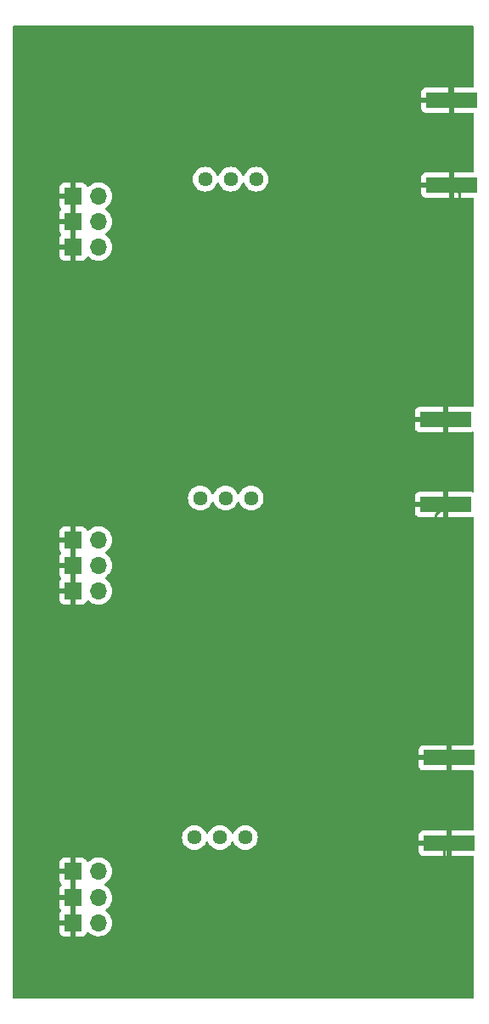
<source format=gbr>
%TF.GenerationSoftware,KiCad,Pcbnew,(6.0.11)*%
%TF.CreationDate,2023-07-19T09:13:22-05:00*%
%TF.ProjectId,SchottkyNoiseSource,5363686f-7474-46b7-994e-6f697365536f,rev?*%
%TF.SameCoordinates,Original*%
%TF.FileFunction,Copper,L2,Bot*%
%TF.FilePolarity,Positive*%
%FSLAX46Y46*%
G04 Gerber Fmt 4.6, Leading zero omitted, Abs format (unit mm)*
G04 Created by KiCad (PCBNEW (6.0.11)) date 2023-07-19 09:13:22*
%MOMM*%
%LPD*%
G01*
G04 APERTURE LIST*
%TA.AperFunction,ComponentPad*%
%ADD10C,1.440000*%
%TD*%
%TA.AperFunction,ComponentPad*%
%ADD11R,1.700000X1.700000*%
%TD*%
%TA.AperFunction,ComponentPad*%
%ADD12O,1.700000X1.700000*%
%TD*%
%TA.AperFunction,SMDPad,CuDef*%
%ADD13R,5.080000X1.500000*%
%TD*%
%TA.AperFunction,ViaPad*%
%ADD14C,0.800000*%
%TD*%
%TA.AperFunction,Conductor*%
%ADD15C,0.250000*%
%TD*%
G04 APERTURE END LIST*
D10*
%TO.P,RV1,1,1*%
%TO.N,Net-(C2-Pad1)*%
X114770000Y-61800000D03*
%TO.P,RV1,2,2*%
%TO.N,Net-(C1-Pad1)*%
X112230000Y-61800000D03*
%TO.P,RV1,3,3*%
X109690000Y-61800000D03*
%TD*%
D11*
%TO.P,J12,1,Pin_1*%
%TO.N,GND*%
X96520000Y-135950000D03*
D12*
%TO.P,J12,2,Pin_2*%
%TO.N,Net-(C27-Pad1)*%
X99060000Y-135950000D03*
%TD*%
D11*
%TO.P,J7,1,Pin_1*%
%TO.N,GND*%
X96520000Y-66040000D03*
D12*
%TO.P,J7,2,Pin_2*%
%TO.N,Net-(C22-Pad2)*%
X99060000Y-66040000D03*
%TD*%
D10*
%TO.P,RV2,1,1*%
%TO.N,Net-(C5-Pad1)*%
X114270000Y-93600000D03*
%TO.P,RV2,2,2*%
%TO.N,Net-(C11-Pad1)*%
X111730000Y-93600000D03*
%TO.P,RV2,3,3*%
X109190000Y-93600000D03*
%TD*%
D11*
%TO.P,J8,1,Pin_1*%
%TO.N,GND*%
X96520000Y-100330000D03*
D12*
%TO.P,J8,2,Pin_2*%
%TO.N,Net-(C24-Pad2)*%
X99060000Y-100330000D03*
%TD*%
D10*
%TO.P,RV3,1,1*%
%TO.N,Net-(C8-Pad1)*%
X113692500Y-127450000D03*
%TO.P,RV3,2,2*%
%TO.N,Net-(C12-Pad1)*%
X111152500Y-127450000D03*
%TO.P,RV3,3,3*%
X108612500Y-127450000D03*
%TD*%
D11*
%TO.P,J9,1,Pin_1*%
%TO.N,GND*%
X96520000Y-133451600D03*
D12*
%TO.P,J9,2,Pin_2*%
%TO.N,Net-(C23-Pad2)*%
X99060000Y-133451600D03*
%TD*%
D11*
%TO.P,J11,1,Pin_1*%
%TO.N,GND*%
X96520000Y-102870000D03*
D12*
%TO.P,J11,2,Pin_2*%
%TO.N,Net-(C26-Pad1)*%
X99060000Y-102870000D03*
%TD*%
D13*
%TO.P,J1,2,Ext*%
%TO.N,GND*%
X134290000Y-53910000D03*
X134290000Y-62410000D03*
%TD*%
D11*
%TO.P,J3,1,Pin_1*%
%TO.N,GND*%
X96520000Y-97790000D03*
D12*
%TO.P,J3,2,Pin_2*%
%TO.N,Net-(C11-Pad1)*%
X99060000Y-97790000D03*
%TD*%
D11*
%TO.P,J2,1,Pin_1*%
%TO.N,GND*%
X96520000Y-63500000D03*
D12*
%TO.P,J2,2,Pin_2*%
%TO.N,Net-(C1-Pad1)*%
X99060000Y-63500000D03*
%TD*%
D13*
%TO.P,J6,2,Ext*%
%TO.N,GND*%
X134000000Y-119500000D03*
X134000000Y-128000000D03*
%TD*%
%TO.P,J4,2,Ext*%
%TO.N,GND*%
X133637500Y-94250000D03*
X133637500Y-85750000D03*
%TD*%
D11*
%TO.P,J10,1,Pin_1*%
%TO.N,GND*%
X96520000Y-68580000D03*
D12*
%TO.P,J10,2,Pin_2*%
%TO.N,Net-(C25-Pad1)*%
X99060000Y-68580000D03*
%TD*%
D11*
%TO.P,J5,1,Pin_1*%
%TO.N,GND*%
X96520000Y-130810000D03*
D12*
%TO.P,J5,2,Pin_2*%
%TO.N,Net-(C12-Pad1)*%
X99060000Y-130810000D03*
%TD*%
D14*
%TO.N,GND*%
X123350000Y-55150000D03*
X110500000Y-141500000D03*
X126760000Y-91230000D03*
X109200000Y-64900000D03*
X133637500Y-85750000D03*
X103782500Y-117500000D03*
X133500000Y-114000000D03*
X133637500Y-94250000D03*
X103782500Y-128960000D03*
X104500000Y-99500000D03*
X104782500Y-125960000D03*
X92000000Y-136000000D03*
X130000000Y-49000000D03*
X92000000Y-64000000D03*
X102500000Y-99000000D03*
X117760000Y-87540000D03*
X112000000Y-107000000D03*
X118500000Y-114000000D03*
X101854000Y-131826000D03*
X123500000Y-74000000D03*
X132500000Y-138000000D03*
X106000000Y-114000000D03*
X111000000Y-81000000D03*
X92000000Y-114000000D03*
X115332500Y-121160000D03*
X123810000Y-91240000D03*
X111000000Y-49000000D03*
X101600000Y-68326000D03*
X122860000Y-125060000D03*
X106000000Y-51000000D03*
X127932500Y-119210000D03*
X125210000Y-85040000D03*
X116660000Y-87440000D03*
X135000000Y-67000000D03*
X108000000Y-73500000D03*
X101450000Y-129800000D03*
X116500000Y-141000000D03*
X129700000Y-52800000D03*
X110382500Y-120660000D03*
X125410000Y-59490000D03*
X129810000Y-84590000D03*
X111500000Y-114000000D03*
X122990000Y-100160000D03*
X93532500Y-141000000D03*
X92000000Y-58000000D03*
X113000000Y-81000000D03*
X91500000Y-130500000D03*
X130670000Y-59470000D03*
X103632000Y-102400500D03*
X129690000Y-59430000D03*
X124760000Y-91210000D03*
X126760000Y-59460000D03*
X129200000Y-91160000D03*
X130180000Y-91180000D03*
X105000000Y-55000000D03*
X116000000Y-74000000D03*
X134000000Y-128000000D03*
X128500000Y-141500000D03*
X108500000Y-114000000D03*
X108000000Y-107000000D03*
X130282500Y-119110000D03*
X101510000Y-95080000D03*
X92000000Y-133000000D03*
X97000000Y-114000000D03*
X130000000Y-114000000D03*
X101500000Y-141000000D03*
X100000000Y-49000000D03*
X92000000Y-117500000D03*
X123510000Y-68080000D03*
X130420000Y-125330000D03*
X105000000Y-62992000D03*
X122982500Y-118910000D03*
X92000000Y-55620000D03*
X92410000Y-82590000D03*
X104500000Y-107000000D03*
X133000000Y-136000000D03*
X115000000Y-81000000D03*
X117000000Y-81000000D03*
X105000000Y-53000000D03*
X134000000Y-49000000D03*
X91770000Y-92750000D03*
X130000000Y-74000000D03*
X125660000Y-91240000D03*
X104500000Y-105125000D03*
X102000000Y-65000000D03*
X124500000Y-141000000D03*
X124000000Y-107000000D03*
X103632000Y-99314000D03*
X107500000Y-141000000D03*
X127500000Y-114000000D03*
X92000000Y-74000000D03*
X120682500Y-120360000D03*
X134000000Y-119500000D03*
X132500000Y-101000000D03*
X102160000Y-80000000D03*
X114600000Y-97800000D03*
X123000000Y-114000000D03*
X126500000Y-74000000D03*
X121650000Y-91440000D03*
X124310000Y-59430000D03*
X105000000Y-69244000D03*
X91660000Y-98340000D03*
X104500000Y-96590000D03*
X97000000Y-49000000D03*
X115800000Y-64000000D03*
X101940000Y-92860000D03*
X110710000Y-86990000D03*
X125200000Y-52850000D03*
X105000000Y-61566000D03*
X133410000Y-82090000D03*
X125000000Y-49000000D03*
X135000000Y-64000000D03*
X92000000Y-68000000D03*
X134000000Y-81000000D03*
X133500000Y-134000000D03*
X112000000Y-73500000D03*
X126282500Y-119060000D03*
X133282500Y-116710000D03*
X115970000Y-131530000D03*
X101540000Y-96970000D03*
X105000000Y-80000000D03*
X92000000Y-103000000D03*
X117900000Y-55450000D03*
X101000000Y-114000000D03*
X122670000Y-49000000D03*
X125000000Y-114000000D03*
X130500000Y-81000000D03*
X120000000Y-107000000D03*
X101580000Y-59490000D03*
X101480000Y-61880000D03*
X124000000Y-81000000D03*
X91782500Y-122710000D03*
X104500000Y-73500000D03*
X135000000Y-66000000D03*
X128000000Y-81000000D03*
X119000000Y-74000000D03*
X132660000Y-97840000D03*
X117050000Y-55400000D03*
X122810000Y-132930000D03*
X101000000Y-74000000D03*
X118380000Y-49000000D03*
X116000000Y-114000000D03*
X92000000Y-107000000D03*
X106000000Y-49000000D03*
X103782500Y-130960000D03*
X108000000Y-81000000D03*
X104000000Y-136000000D03*
X91910000Y-87590000D03*
X103632000Y-68834000D03*
X105000000Y-60000000D03*
X101750000Y-126760000D03*
X98000000Y-74500000D03*
X104410000Y-92590000D03*
X121630000Y-59440000D03*
X99660000Y-80000000D03*
X91670000Y-95090000D03*
X93000000Y-80000000D03*
X134290000Y-62410000D03*
X104500000Y-141000000D03*
X101560000Y-60520000D03*
X104410000Y-82590000D03*
X104410000Y-84590000D03*
X103000000Y-49000000D03*
X103632000Y-65278000D03*
X119000000Y-81000000D03*
X97000000Y-107000000D03*
X126000000Y-81000000D03*
X109030000Y-130170000D03*
X114000000Y-114000000D03*
X108000000Y-49000000D03*
X121000000Y-114000000D03*
X116932500Y-121360000D03*
X103410000Y-87590000D03*
X97000000Y-80000000D03*
X128160000Y-59440000D03*
X133532500Y-131210000D03*
X103378000Y-132842000D03*
X124582500Y-118960000D03*
X104000000Y-91500000D03*
X98500000Y-141000000D03*
X102362000Y-135719500D03*
X104000000Y-114500000D03*
X122900000Y-59460000D03*
X127000000Y-107000000D03*
X127000000Y-49000000D03*
X101680000Y-128340000D03*
X109100000Y-96800000D03*
X92000000Y-100500000D03*
X120000000Y-49000000D03*
X126280000Y-125080000D03*
X127730000Y-91130000D03*
X122000000Y-81000000D03*
X132000000Y-72000000D03*
X92500000Y-139500000D03*
X104500000Y-94590000D03*
X91282500Y-127960000D03*
X113500000Y-141500000D03*
X114000000Y-49000000D03*
X105000000Y-64516000D03*
X116000000Y-107000000D03*
X131000000Y-107000000D03*
X120080000Y-125020000D03*
X134290000Y-53910000D03*
X123310000Y-87190000D03*
X132500000Y-103500000D03*
X119000000Y-141000000D03*
X91532500Y-124960000D03*
X135000000Y-70000000D03*
X103782500Y-120960000D03*
X104500000Y-139000000D03*
X131500000Y-140000000D03*
X122850000Y-91320000D03*
X111400000Y-55100000D03*
X104500000Y-98110000D03*
X122000000Y-141000000D03*
X92000000Y-70000000D03*
X92000000Y-51000000D03*
X100000000Y-107000000D03*
X121500000Y-74000000D03*
X100260000Y-101550000D03*
X117000000Y-49000000D03*
%TD*%
D15*
%TO.N,GND*%
X99660000Y-80000000D02*
X97000000Y-80000000D01*
X104500000Y-73500000D02*
X105000000Y-73000000D01*
X133500000Y-114000000D02*
X133500000Y-116492500D01*
X103782500Y-124960000D02*
X104782500Y-125960000D01*
X92000000Y-107000000D02*
X93000000Y-106000000D01*
X126750000Y-91240000D02*
X126760000Y-91230000D01*
X103782500Y-117500000D02*
X103782500Y-114717500D01*
X128140000Y-59460000D02*
X128160000Y-59440000D01*
X105000000Y-60000000D02*
X105000000Y-55000000D01*
X93000000Y-99680000D02*
X91660000Y-98340000D01*
X119000000Y-81000000D02*
X117000000Y-81000000D01*
X104410000Y-84590000D02*
X104410000Y-82590000D01*
X122670000Y-49000000D02*
X125000000Y-49000000D01*
X132500000Y-138000000D02*
X132500000Y-136500000D01*
X92410000Y-80590000D02*
X92410000Y-82590000D01*
X92000000Y-51000000D02*
X92000000Y-55620000D01*
X124000000Y-81000000D02*
X122000000Y-81000000D01*
X133532500Y-131210000D02*
X133532500Y-128467500D01*
X104425000Y-105050000D02*
X104425000Y-99575000D01*
X108000000Y-73500000D02*
X112000000Y-73500000D01*
X114000000Y-49000000D02*
X117000000Y-49000000D01*
X114000000Y-141000000D02*
X113500000Y-141500000D01*
X119000000Y-74000000D02*
X116000000Y-74000000D01*
X131000000Y-107000000D02*
X127000000Y-107000000D01*
X111000000Y-81000000D02*
X108000000Y-81000000D01*
X130000000Y-141500000D02*
X131500000Y-140000000D01*
X125660000Y-91240000D02*
X126750000Y-91240000D01*
X98500000Y-141000000D02*
X93532500Y-141000000D01*
X133000000Y-72000000D02*
X135000000Y-70000000D01*
X97500000Y-74000000D02*
X92000000Y-74000000D01*
X124000000Y-107000000D02*
X120000000Y-107000000D01*
X134000000Y-49000000D02*
X134000000Y-53620000D01*
X123810000Y-91240000D02*
X124730000Y-91240000D01*
X123500000Y-74000000D02*
X121500000Y-74000000D01*
X128000000Y-81000000D02*
X126000000Y-81000000D01*
X91670000Y-92850000D02*
X91770000Y-92750000D01*
X108500000Y-114000000D02*
X111500000Y-114000000D01*
X104000000Y-74000000D02*
X104500000Y-73500000D01*
X101000000Y-114000000D02*
X106000000Y-114000000D01*
X104000000Y-91500000D02*
X103410000Y-90910000D01*
X128500000Y-141500000D02*
X130000000Y-141500000D01*
X132000000Y-72000000D02*
X133000000Y-72000000D01*
X127730000Y-91130000D02*
X129170000Y-91130000D01*
X103782500Y-114717500D02*
X104000000Y-114500000D01*
X103782500Y-120960000D02*
X103782500Y-124960000D01*
X135000000Y-66000000D02*
X135000000Y-63120000D01*
X92000000Y-100500000D02*
X92000000Y-103000000D01*
X91670000Y-95090000D02*
X91670000Y-92850000D01*
X118380000Y-49000000D02*
X120000000Y-49000000D01*
X104425000Y-99575000D02*
X104500000Y-99500000D01*
X128500000Y-141500000D02*
X128000000Y-141000000D01*
X106000000Y-49000000D02*
X103000000Y-49000000D01*
X104500000Y-105125000D02*
X104425000Y-105050000D01*
X122880000Y-59440000D02*
X122900000Y-59460000D01*
X111000000Y-49000000D02*
X108000000Y-49000000D01*
X105000000Y-69244000D02*
X105000000Y-64516000D01*
X121650000Y-91440000D02*
X122730000Y-91440000D01*
X108000000Y-107000000D02*
X104500000Y-107000000D01*
X128000000Y-141000000D02*
X124500000Y-141000000D01*
X120080000Y-125020000D02*
X122820000Y-125020000D01*
X113000000Y-81000000D02*
X115000000Y-81000000D01*
X135000000Y-63120000D02*
X134290000Y-62410000D01*
X105000000Y-80000000D02*
X102160000Y-80000000D01*
X124310000Y-59430000D02*
X125350000Y-59430000D01*
X105000000Y-73000000D02*
X105000000Y-69244000D01*
X121630000Y-59440000D02*
X122880000Y-59440000D01*
X127000000Y-49000000D02*
X130000000Y-49000000D01*
X121000000Y-114000000D02*
X118500000Y-114000000D01*
X116500000Y-141000000D02*
X114000000Y-141000000D01*
X104500000Y-141000000D02*
X101500000Y-141000000D01*
X103410000Y-90910000D02*
X103410000Y-87590000D01*
X132500000Y-136500000D02*
X133000000Y-136000000D01*
X110500000Y-141500000D02*
X110000000Y-141000000D01*
X116000000Y-107000000D02*
X112000000Y-107000000D01*
X104000000Y-138500000D02*
X104500000Y-139000000D01*
X105000000Y-62992000D02*
X105000000Y-61566000D01*
X122000000Y-141000000D02*
X119000000Y-141000000D01*
X135000000Y-67000000D02*
X135000000Y-64000000D01*
X105000000Y-52000000D02*
X106000000Y-51000000D01*
X100000000Y-49000000D02*
X97000000Y-49000000D01*
X122730000Y-91440000D02*
X122850000Y-91320000D01*
X123000000Y-114000000D02*
X125000000Y-114000000D01*
X91500000Y-130500000D02*
X91282500Y-130282500D01*
X93000000Y-80000000D02*
X92410000Y-80590000D01*
X103782500Y-135782500D02*
X103782500Y-130960000D01*
X125350000Y-59430000D02*
X125410000Y-59490000D01*
X104000000Y-136000000D02*
X104000000Y-138500000D01*
X126760000Y-59460000D02*
X128140000Y-59460000D01*
X92000000Y-114000000D02*
X97000000Y-114000000D01*
X93532500Y-141000000D02*
X93532500Y-140532500D01*
X133532500Y-128467500D02*
X134000000Y-128000000D01*
X104410000Y-94500000D02*
X104410000Y-92590000D01*
X104500000Y-96590000D02*
X104500000Y-98110000D01*
X98000000Y-74500000D02*
X97500000Y-74000000D01*
X100000000Y-107000000D02*
X97000000Y-107000000D01*
X132660000Y-97840000D02*
X132660000Y-95227500D01*
X127500000Y-114000000D02*
X130000000Y-114000000D01*
X124730000Y-91240000D02*
X124760000Y-91210000D01*
X93532500Y-140532500D02*
X92500000Y-139500000D01*
X105000000Y-53000000D02*
X105000000Y-52000000D01*
X133500000Y-116492500D02*
X133282500Y-116710000D01*
X93000000Y-106000000D02*
X93000000Y-99680000D01*
X92000000Y-136000000D02*
X92000000Y-133000000D01*
X92000000Y-122492500D02*
X91782500Y-122710000D01*
X92000000Y-68000000D02*
X92000000Y-70000000D01*
X133340000Y-80340000D02*
X131160000Y-80340000D01*
X105000000Y-64516000D02*
X105000000Y-62992000D01*
X132660000Y-95227500D02*
X133637500Y-94250000D01*
X116000000Y-114000000D02*
X114000000Y-114000000D01*
X129170000Y-91130000D02*
X129200000Y-91160000D01*
X133500000Y-131242500D02*
X133532500Y-131210000D01*
X104500000Y-94590000D02*
X104410000Y-94500000D01*
X103782500Y-128960000D02*
X103782500Y-130960000D01*
X122820000Y-125020000D02*
X122860000Y-125060000D01*
X110000000Y-141000000D02*
X107500000Y-141000000D01*
X131160000Y-80340000D02*
X130500000Y-81000000D01*
X101000000Y-74000000D02*
X104000000Y-74000000D01*
X104000000Y-136000000D02*
X103782500Y-135782500D01*
X134000000Y-53620000D02*
X134290000Y-53910000D01*
X130000000Y-74000000D02*
X126500000Y-74000000D01*
X132500000Y-103500000D02*
X132500000Y-101000000D01*
X92000000Y-117500000D02*
X92000000Y-122492500D01*
X133500000Y-134000000D02*
X133500000Y-131242500D01*
X134000000Y-81000000D02*
X133340000Y-80340000D01*
X91282500Y-130282500D02*
X91282500Y-127960000D01*
X130630000Y-59430000D02*
X130670000Y-59470000D01*
X129690000Y-59430000D02*
X130630000Y-59430000D01*
%TD*%
%TA.AperFunction,Conductor*%
%TO.N,GND*%
G36*
X136433621Y-46528502D02*
G01*
X136480114Y-46582158D01*
X136491500Y-46634500D01*
X136491500Y-52526000D01*
X136471498Y-52594121D01*
X136417842Y-52640614D01*
X136365500Y-52652000D01*
X134562115Y-52652000D01*
X134546876Y-52656475D01*
X134545671Y-52657865D01*
X134544000Y-52665548D01*
X134544000Y-55149884D01*
X134548475Y-55165123D01*
X134549865Y-55166328D01*
X134557548Y-55167999D01*
X136365500Y-55167999D01*
X136433621Y-55188001D01*
X136480114Y-55241657D01*
X136491500Y-55293999D01*
X136491500Y-61026000D01*
X136471498Y-61094121D01*
X136417842Y-61140614D01*
X136365500Y-61152000D01*
X134562115Y-61152000D01*
X134546876Y-61156475D01*
X134545671Y-61157865D01*
X134544000Y-61165548D01*
X134544000Y-63649884D01*
X134548475Y-63665123D01*
X134549865Y-63666328D01*
X134557548Y-63667999D01*
X136365500Y-63667999D01*
X136433621Y-63688001D01*
X136480114Y-63741657D01*
X136491500Y-63793999D01*
X136491500Y-84393348D01*
X136471498Y-84461469D01*
X136417842Y-84507962D01*
X136347568Y-84518066D01*
X136321271Y-84511330D01*
X136295109Y-84501522D01*
X136279851Y-84497895D01*
X136228986Y-84492369D01*
X136222172Y-84492000D01*
X133909615Y-84492000D01*
X133894376Y-84496475D01*
X133893171Y-84497865D01*
X133891500Y-84505548D01*
X133891500Y-86989884D01*
X133895975Y-87005123D01*
X133897365Y-87006328D01*
X133905048Y-87007999D01*
X136222169Y-87007999D01*
X136228990Y-87007629D01*
X136279852Y-87002105D01*
X136295107Y-86998478D01*
X136321271Y-86988670D01*
X136392078Y-86983487D01*
X136454447Y-87017408D01*
X136488576Y-87079664D01*
X136491500Y-87106652D01*
X136491500Y-92893348D01*
X136471498Y-92961469D01*
X136417842Y-93007962D01*
X136347568Y-93018066D01*
X136321271Y-93011330D01*
X136295109Y-93001522D01*
X136279851Y-92997895D01*
X136228986Y-92992369D01*
X136222172Y-92992000D01*
X133909615Y-92992000D01*
X133894376Y-92996475D01*
X133893171Y-92997865D01*
X133891500Y-93005548D01*
X133891500Y-95489884D01*
X133895975Y-95505123D01*
X133897365Y-95506328D01*
X133905048Y-95507999D01*
X136222169Y-95507999D01*
X136228990Y-95507629D01*
X136279852Y-95502105D01*
X136295107Y-95498478D01*
X136321271Y-95488670D01*
X136392078Y-95483487D01*
X136454447Y-95517408D01*
X136488576Y-95579664D01*
X136491500Y-95606652D01*
X136491500Y-118116000D01*
X136471498Y-118184121D01*
X136417842Y-118230614D01*
X136365500Y-118242000D01*
X134272115Y-118242000D01*
X134256876Y-118246475D01*
X134255671Y-118247865D01*
X134254000Y-118255548D01*
X134254000Y-120739884D01*
X134258475Y-120755123D01*
X134259865Y-120756328D01*
X134267548Y-120757999D01*
X136365500Y-120757999D01*
X136433621Y-120778001D01*
X136480114Y-120831657D01*
X136491500Y-120883999D01*
X136491500Y-126616000D01*
X136471498Y-126684121D01*
X136417842Y-126730614D01*
X136365500Y-126742000D01*
X134272115Y-126742000D01*
X134256876Y-126746475D01*
X134255671Y-126747865D01*
X134254000Y-126755548D01*
X134254000Y-129239884D01*
X134258475Y-129255123D01*
X134259865Y-129256328D01*
X134267548Y-129257999D01*
X136365500Y-129257999D01*
X136433621Y-129278001D01*
X136480114Y-129331657D01*
X136491500Y-129383999D01*
X136491500Y-143365500D01*
X136471498Y-143433621D01*
X136417842Y-143480114D01*
X136365500Y-143491500D01*
X90634500Y-143491500D01*
X90566379Y-143471498D01*
X90519886Y-143417842D01*
X90508500Y-143365500D01*
X90508500Y-136844669D01*
X95162001Y-136844669D01*
X95162371Y-136851490D01*
X95167895Y-136902352D01*
X95171521Y-136917604D01*
X95216676Y-137038054D01*
X95225214Y-137053649D01*
X95301715Y-137155724D01*
X95314276Y-137168285D01*
X95416351Y-137244786D01*
X95431946Y-137253324D01*
X95552394Y-137298478D01*
X95567649Y-137302105D01*
X95618514Y-137307631D01*
X95625328Y-137308000D01*
X96247885Y-137308000D01*
X96263124Y-137303525D01*
X96264329Y-137302135D01*
X96266000Y-137294452D01*
X96266000Y-137289884D01*
X96774000Y-137289884D01*
X96778475Y-137305123D01*
X96779865Y-137306328D01*
X96787548Y-137307999D01*
X97414669Y-137307999D01*
X97421490Y-137307629D01*
X97472352Y-137302105D01*
X97487604Y-137298479D01*
X97608054Y-137253324D01*
X97623649Y-137244786D01*
X97725724Y-137168285D01*
X97738285Y-137155724D01*
X97814786Y-137053649D01*
X97823324Y-137038054D01*
X97864225Y-136928952D01*
X97906867Y-136872188D01*
X97973428Y-136847488D01*
X98042777Y-136862696D01*
X98077444Y-136890684D01*
X98102865Y-136920031D01*
X98102869Y-136920035D01*
X98106250Y-136923938D01*
X98278126Y-137066632D01*
X98471000Y-137179338D01*
X98679692Y-137259030D01*
X98684760Y-137260061D01*
X98684763Y-137260062D01*
X98792017Y-137281883D01*
X98898597Y-137303567D01*
X98903772Y-137303757D01*
X98903774Y-137303757D01*
X99116673Y-137311564D01*
X99116677Y-137311564D01*
X99121837Y-137311753D01*
X99126957Y-137311097D01*
X99126959Y-137311097D01*
X99338288Y-137284025D01*
X99338289Y-137284025D01*
X99343416Y-137283368D01*
X99348366Y-137281883D01*
X99552429Y-137220661D01*
X99552434Y-137220659D01*
X99557384Y-137219174D01*
X99757994Y-137120896D01*
X99939860Y-136991173D01*
X100098096Y-136833489D01*
X100228453Y-136652077D01*
X100327430Y-136451811D01*
X100392370Y-136238069D01*
X100421529Y-136016590D01*
X100423156Y-135950000D01*
X100404852Y-135727361D01*
X100350431Y-135510702D01*
X100261354Y-135305840D01*
X100140014Y-135118277D01*
X99989670Y-134953051D01*
X99985619Y-134949852D01*
X99985615Y-134949848D01*
X99818414Y-134817800D01*
X99818410Y-134817798D01*
X99814359Y-134814598D01*
X99809835Y-134812100D01*
X99809831Y-134812098D01*
X99805931Y-134809945D01*
X99755961Y-134759512D01*
X99741189Y-134690070D01*
X99766306Y-134623664D01*
X99793657Y-134597058D01*
X99838703Y-134564927D01*
X99939860Y-134492773D01*
X100098096Y-134335089D01*
X100228453Y-134153677D01*
X100327430Y-133953411D01*
X100392370Y-133739669D01*
X100421529Y-133518190D01*
X100423156Y-133451600D01*
X100404852Y-133228961D01*
X100350431Y-133012302D01*
X100261354Y-132807440D01*
X100140014Y-132619877D01*
X99989670Y-132454651D01*
X99985619Y-132451452D01*
X99985615Y-132451448D01*
X99818414Y-132319400D01*
X99818410Y-132319398D01*
X99814359Y-132316198D01*
X99677947Y-132240895D01*
X99627977Y-132190462D01*
X99613205Y-132121019D01*
X99638321Y-132054614D01*
X99683407Y-132017436D01*
X99757994Y-131980896D01*
X99939860Y-131851173D01*
X100098096Y-131693489D01*
X100228453Y-131512077D01*
X100327430Y-131311811D01*
X100392370Y-131098069D01*
X100421529Y-130876590D01*
X100423156Y-130810000D01*
X100404852Y-130587361D01*
X100350431Y-130370702D01*
X100261354Y-130165840D01*
X100140014Y-129978277D01*
X99989670Y-129813051D01*
X99985619Y-129809852D01*
X99985615Y-129809848D01*
X99818414Y-129677800D01*
X99818410Y-129677798D01*
X99814359Y-129674598D01*
X99618789Y-129566638D01*
X99613920Y-129564914D01*
X99613916Y-129564912D01*
X99413087Y-129493795D01*
X99413083Y-129493794D01*
X99408212Y-129492069D01*
X99403119Y-129491162D01*
X99403116Y-129491161D01*
X99193373Y-129453800D01*
X99193367Y-129453799D01*
X99188284Y-129452894D01*
X99114452Y-129451992D01*
X98970081Y-129450228D01*
X98970079Y-129450228D01*
X98964911Y-129450165D01*
X98744091Y-129483955D01*
X98531756Y-129553357D01*
X98333607Y-129656507D01*
X98329474Y-129659610D01*
X98329471Y-129659612D01*
X98246450Y-129721946D01*
X98154965Y-129790635D01*
X98151393Y-129794373D01*
X98073898Y-129875466D01*
X98012374Y-129910895D01*
X97941462Y-129907438D01*
X97883676Y-129866192D01*
X97864823Y-129832644D01*
X97823324Y-129721946D01*
X97814786Y-129706351D01*
X97738285Y-129604276D01*
X97725724Y-129591715D01*
X97623649Y-129515214D01*
X97608054Y-129506676D01*
X97487606Y-129461522D01*
X97472351Y-129457895D01*
X97421486Y-129452369D01*
X97414672Y-129452000D01*
X96792115Y-129452000D01*
X96776876Y-129456475D01*
X96775671Y-129457865D01*
X96774000Y-129465548D01*
X96774000Y-137289884D01*
X96266000Y-137289884D01*
X96266000Y-136222115D01*
X96261525Y-136206876D01*
X96260135Y-136205671D01*
X96252452Y-136204000D01*
X95180116Y-136204000D01*
X95164877Y-136208475D01*
X95163672Y-136209865D01*
X95162001Y-136217548D01*
X95162001Y-136844669D01*
X90508500Y-136844669D01*
X90508500Y-135677885D01*
X95162000Y-135677885D01*
X95166475Y-135693124D01*
X95167865Y-135694329D01*
X95175548Y-135696000D01*
X96247885Y-135696000D01*
X96263124Y-135691525D01*
X96264329Y-135690135D01*
X96266000Y-135682452D01*
X96266000Y-133723715D01*
X96261525Y-133708476D01*
X96260135Y-133707271D01*
X96252452Y-133705600D01*
X95180116Y-133705600D01*
X95164877Y-133710075D01*
X95163672Y-133711465D01*
X95162001Y-133719148D01*
X95162001Y-134346269D01*
X95162371Y-134353090D01*
X95167895Y-134403952D01*
X95171521Y-134419204D01*
X95216676Y-134539654D01*
X95225214Y-134555248D01*
X95277666Y-134625235D01*
X95302514Y-134691741D01*
X95287461Y-134761124D01*
X95277666Y-134776365D01*
X95225214Y-134846352D01*
X95216676Y-134861946D01*
X95171522Y-134982394D01*
X95167895Y-134997649D01*
X95162369Y-135048514D01*
X95162000Y-135055328D01*
X95162000Y-135677885D01*
X90508500Y-135677885D01*
X90508500Y-133179485D01*
X95162000Y-133179485D01*
X95166475Y-133194724D01*
X95167865Y-133195929D01*
X95175548Y-133197600D01*
X96247885Y-133197600D01*
X96263124Y-133193125D01*
X96264329Y-133191735D01*
X96266000Y-133184052D01*
X96266000Y-131082115D01*
X96261525Y-131066876D01*
X96260135Y-131065671D01*
X96252452Y-131064000D01*
X95180116Y-131064000D01*
X95164877Y-131068475D01*
X95163672Y-131069865D01*
X95162001Y-131077548D01*
X95162001Y-131704669D01*
X95162371Y-131711490D01*
X95167895Y-131762352D01*
X95171521Y-131777604D01*
X95216676Y-131898054D01*
X95225214Y-131913649D01*
X95301715Y-132015724D01*
X95314276Y-132028285D01*
X95316527Y-132029972D01*
X95318199Y-132032208D01*
X95320626Y-132034635D01*
X95320276Y-132034985D01*
X95359044Y-132086830D01*
X95364071Y-132157648D01*
X95330013Y-132219943D01*
X95316527Y-132231628D01*
X95314276Y-132233315D01*
X95301715Y-132245876D01*
X95225214Y-132347951D01*
X95216676Y-132363546D01*
X95171522Y-132483994D01*
X95167895Y-132499249D01*
X95162369Y-132550114D01*
X95162000Y-132556928D01*
X95162000Y-133179485D01*
X90508500Y-133179485D01*
X90508500Y-130537885D01*
X95162000Y-130537885D01*
X95166475Y-130553124D01*
X95167865Y-130554329D01*
X95175548Y-130556000D01*
X96247885Y-130556000D01*
X96263124Y-130551525D01*
X96264329Y-130550135D01*
X96266000Y-130542452D01*
X96266000Y-129470116D01*
X96261525Y-129454877D01*
X96260135Y-129453672D01*
X96252452Y-129452001D01*
X95625331Y-129452001D01*
X95618510Y-129452371D01*
X95567648Y-129457895D01*
X95552396Y-129461521D01*
X95431946Y-129506676D01*
X95416351Y-129515214D01*
X95314276Y-129591715D01*
X95301715Y-129604276D01*
X95225214Y-129706351D01*
X95216676Y-129721946D01*
X95171522Y-129842394D01*
X95167895Y-129857649D01*
X95162369Y-129908514D01*
X95162000Y-129915328D01*
X95162000Y-130537885D01*
X90508500Y-130537885D01*
X90508500Y-128794669D01*
X130952001Y-128794669D01*
X130952371Y-128801490D01*
X130957895Y-128852352D01*
X130961521Y-128867604D01*
X131006676Y-128988054D01*
X131015214Y-129003649D01*
X131091715Y-129105724D01*
X131104276Y-129118285D01*
X131206351Y-129194786D01*
X131221946Y-129203324D01*
X131342394Y-129248478D01*
X131357649Y-129252105D01*
X131408514Y-129257631D01*
X131415328Y-129258000D01*
X133727885Y-129258000D01*
X133743124Y-129253525D01*
X133744329Y-129252135D01*
X133746000Y-129244452D01*
X133746000Y-128272115D01*
X133741525Y-128256876D01*
X133740135Y-128255671D01*
X133732452Y-128254000D01*
X130970116Y-128254000D01*
X130954877Y-128258475D01*
X130953672Y-128259865D01*
X130952001Y-128267548D01*
X130952001Y-128794669D01*
X90508500Y-128794669D01*
X90508500Y-127450000D01*
X107379307Y-127450000D01*
X107398042Y-127664142D01*
X107399466Y-127669455D01*
X107399466Y-127669457D01*
X107441424Y-127826043D01*
X107453678Y-127871777D01*
X107544524Y-128066596D01*
X107667819Y-128242681D01*
X107819819Y-128394681D01*
X107995903Y-128517976D01*
X108000881Y-128520297D01*
X108000884Y-128520299D01*
X108185741Y-128606499D01*
X108190723Y-128608822D01*
X108196031Y-128610244D01*
X108196033Y-128610245D01*
X108393043Y-128663034D01*
X108393045Y-128663034D01*
X108398358Y-128664458D01*
X108612500Y-128683193D01*
X108826642Y-128664458D01*
X108831955Y-128663034D01*
X108831957Y-128663034D01*
X109028967Y-128610245D01*
X109028969Y-128610244D01*
X109034277Y-128608822D01*
X109039259Y-128606499D01*
X109224116Y-128520299D01*
X109224119Y-128520297D01*
X109229097Y-128517976D01*
X109405181Y-128394681D01*
X109557181Y-128242681D01*
X109680476Y-128066596D01*
X109768305Y-127878247D01*
X109815223Y-127824962D01*
X109883500Y-127805501D01*
X109951460Y-127826043D01*
X109996695Y-127878247D01*
X110084524Y-128066596D01*
X110207819Y-128242681D01*
X110359819Y-128394681D01*
X110535903Y-128517976D01*
X110540881Y-128520297D01*
X110540884Y-128520299D01*
X110725741Y-128606499D01*
X110730723Y-128608822D01*
X110736031Y-128610244D01*
X110736033Y-128610245D01*
X110933043Y-128663034D01*
X110933045Y-128663034D01*
X110938358Y-128664458D01*
X111152500Y-128683193D01*
X111366642Y-128664458D01*
X111371955Y-128663034D01*
X111371957Y-128663034D01*
X111568967Y-128610245D01*
X111568969Y-128610244D01*
X111574277Y-128608822D01*
X111579259Y-128606499D01*
X111764116Y-128520299D01*
X111764119Y-128520297D01*
X111769097Y-128517976D01*
X111945181Y-128394681D01*
X112097181Y-128242681D01*
X112220476Y-128066596D01*
X112308305Y-127878247D01*
X112355223Y-127824962D01*
X112423500Y-127805501D01*
X112491460Y-127826043D01*
X112536695Y-127878247D01*
X112624524Y-128066596D01*
X112747819Y-128242681D01*
X112899819Y-128394681D01*
X113075903Y-128517976D01*
X113080881Y-128520297D01*
X113080884Y-128520299D01*
X113265741Y-128606499D01*
X113270723Y-128608822D01*
X113276031Y-128610244D01*
X113276033Y-128610245D01*
X113473043Y-128663034D01*
X113473045Y-128663034D01*
X113478358Y-128664458D01*
X113692500Y-128683193D01*
X113906642Y-128664458D01*
X113911955Y-128663034D01*
X113911957Y-128663034D01*
X114108967Y-128610245D01*
X114108969Y-128610244D01*
X114114277Y-128608822D01*
X114119259Y-128606499D01*
X114304116Y-128520299D01*
X114304119Y-128520297D01*
X114309097Y-128517976D01*
X114485181Y-128394681D01*
X114637181Y-128242681D01*
X114760476Y-128066596D01*
X114851322Y-127871777D01*
X114863577Y-127826043D01*
X114889878Y-127727885D01*
X130952000Y-127727885D01*
X130956475Y-127743124D01*
X130957865Y-127744329D01*
X130965548Y-127746000D01*
X133727885Y-127746000D01*
X133743124Y-127741525D01*
X133744329Y-127740135D01*
X133746000Y-127732452D01*
X133746000Y-126760116D01*
X133741525Y-126744877D01*
X133740135Y-126743672D01*
X133732452Y-126742001D01*
X131415331Y-126742001D01*
X131408510Y-126742371D01*
X131357648Y-126747895D01*
X131342396Y-126751521D01*
X131221946Y-126796676D01*
X131206351Y-126805214D01*
X131104276Y-126881715D01*
X131091715Y-126894276D01*
X131015214Y-126996351D01*
X131006676Y-127011946D01*
X130961522Y-127132394D01*
X130957895Y-127147649D01*
X130952369Y-127198514D01*
X130952000Y-127205328D01*
X130952000Y-127727885D01*
X114889878Y-127727885D01*
X114905534Y-127669457D01*
X114905534Y-127669455D01*
X114906958Y-127664142D01*
X114925693Y-127450000D01*
X114906958Y-127235858D01*
X114905534Y-127230543D01*
X114852745Y-127033533D01*
X114852744Y-127033531D01*
X114851322Y-127028223D01*
X114760476Y-126833404D01*
X114637181Y-126657319D01*
X114485181Y-126505319D01*
X114309097Y-126382024D01*
X114304119Y-126379703D01*
X114304116Y-126379701D01*
X114119259Y-126293501D01*
X114119258Y-126293500D01*
X114114277Y-126291178D01*
X114108969Y-126289756D01*
X114108967Y-126289755D01*
X113911957Y-126236966D01*
X113911955Y-126236966D01*
X113906642Y-126235542D01*
X113692500Y-126216807D01*
X113478358Y-126235542D01*
X113473045Y-126236966D01*
X113473043Y-126236966D01*
X113276033Y-126289755D01*
X113276031Y-126289756D01*
X113270723Y-126291178D01*
X113265743Y-126293500D01*
X113265741Y-126293501D01*
X113080885Y-126379701D01*
X113080882Y-126379703D01*
X113075904Y-126382024D01*
X112899819Y-126505319D01*
X112747819Y-126657319D01*
X112624524Y-126833404D01*
X112622203Y-126838382D01*
X112622201Y-126838385D01*
X112536695Y-127021753D01*
X112489777Y-127075038D01*
X112421500Y-127094499D01*
X112353540Y-127073957D01*
X112308305Y-127021753D01*
X112222799Y-126838385D01*
X112222797Y-126838382D01*
X112220476Y-126833404D01*
X112097181Y-126657319D01*
X111945181Y-126505319D01*
X111769097Y-126382024D01*
X111764119Y-126379703D01*
X111764116Y-126379701D01*
X111579259Y-126293501D01*
X111579258Y-126293500D01*
X111574277Y-126291178D01*
X111568969Y-126289756D01*
X111568967Y-126289755D01*
X111371957Y-126236966D01*
X111371955Y-126236966D01*
X111366642Y-126235542D01*
X111152500Y-126216807D01*
X110938358Y-126235542D01*
X110933045Y-126236966D01*
X110933043Y-126236966D01*
X110736033Y-126289755D01*
X110736031Y-126289756D01*
X110730723Y-126291178D01*
X110725743Y-126293500D01*
X110725741Y-126293501D01*
X110540885Y-126379701D01*
X110540882Y-126379703D01*
X110535904Y-126382024D01*
X110359819Y-126505319D01*
X110207819Y-126657319D01*
X110084524Y-126833404D01*
X110082203Y-126838382D01*
X110082201Y-126838385D01*
X109996695Y-127021753D01*
X109949777Y-127075038D01*
X109881500Y-127094499D01*
X109813540Y-127073957D01*
X109768305Y-127021753D01*
X109682799Y-126838385D01*
X109682797Y-126838382D01*
X109680476Y-126833404D01*
X109557181Y-126657319D01*
X109405181Y-126505319D01*
X109229097Y-126382024D01*
X109224119Y-126379703D01*
X109224116Y-126379701D01*
X109039259Y-126293501D01*
X109039258Y-126293500D01*
X109034277Y-126291178D01*
X109028969Y-126289756D01*
X109028967Y-126289755D01*
X108831957Y-126236966D01*
X108831955Y-126236966D01*
X108826642Y-126235542D01*
X108612500Y-126216807D01*
X108398358Y-126235542D01*
X108393045Y-126236966D01*
X108393043Y-126236966D01*
X108196033Y-126289755D01*
X108196031Y-126289756D01*
X108190723Y-126291178D01*
X108185743Y-126293500D01*
X108185741Y-126293501D01*
X108000885Y-126379701D01*
X108000882Y-126379703D01*
X107995904Y-126382024D01*
X107819819Y-126505319D01*
X107667819Y-126657319D01*
X107544524Y-126833404D01*
X107453678Y-127028223D01*
X107452256Y-127033531D01*
X107452255Y-127033533D01*
X107399466Y-127230543D01*
X107398042Y-127235858D01*
X107379307Y-127450000D01*
X90508500Y-127450000D01*
X90508500Y-120294669D01*
X130952001Y-120294669D01*
X130952371Y-120301490D01*
X130957895Y-120352352D01*
X130961521Y-120367604D01*
X131006676Y-120488054D01*
X131015214Y-120503649D01*
X131091715Y-120605724D01*
X131104276Y-120618285D01*
X131206351Y-120694786D01*
X131221946Y-120703324D01*
X131342394Y-120748478D01*
X131357649Y-120752105D01*
X131408514Y-120757631D01*
X131415328Y-120758000D01*
X133727885Y-120758000D01*
X133743124Y-120753525D01*
X133744329Y-120752135D01*
X133746000Y-120744452D01*
X133746000Y-119772115D01*
X133741525Y-119756876D01*
X133740135Y-119755671D01*
X133732452Y-119754000D01*
X130970116Y-119754000D01*
X130954877Y-119758475D01*
X130953672Y-119759865D01*
X130952001Y-119767548D01*
X130952001Y-120294669D01*
X90508500Y-120294669D01*
X90508500Y-119227885D01*
X130952000Y-119227885D01*
X130956475Y-119243124D01*
X130957865Y-119244329D01*
X130965548Y-119246000D01*
X133727885Y-119246000D01*
X133743124Y-119241525D01*
X133744329Y-119240135D01*
X133746000Y-119232452D01*
X133746000Y-118260116D01*
X133741525Y-118244877D01*
X133740135Y-118243672D01*
X133732452Y-118242001D01*
X131415331Y-118242001D01*
X131408510Y-118242371D01*
X131357648Y-118247895D01*
X131342396Y-118251521D01*
X131221946Y-118296676D01*
X131206351Y-118305214D01*
X131104276Y-118381715D01*
X131091715Y-118394276D01*
X131015214Y-118496351D01*
X131006676Y-118511946D01*
X130961522Y-118632394D01*
X130957895Y-118647649D01*
X130952369Y-118698514D01*
X130952000Y-118705328D01*
X130952000Y-119227885D01*
X90508500Y-119227885D01*
X90508500Y-103764669D01*
X95162001Y-103764669D01*
X95162371Y-103771490D01*
X95167895Y-103822352D01*
X95171521Y-103837604D01*
X95216676Y-103958054D01*
X95225214Y-103973649D01*
X95301715Y-104075724D01*
X95314276Y-104088285D01*
X95416351Y-104164786D01*
X95431946Y-104173324D01*
X95552394Y-104218478D01*
X95567649Y-104222105D01*
X95618514Y-104227631D01*
X95625328Y-104228000D01*
X96247885Y-104228000D01*
X96263124Y-104223525D01*
X96264329Y-104222135D01*
X96266000Y-104214452D01*
X96266000Y-104209884D01*
X96774000Y-104209884D01*
X96778475Y-104225123D01*
X96779865Y-104226328D01*
X96787548Y-104227999D01*
X97414669Y-104227999D01*
X97421490Y-104227629D01*
X97472352Y-104222105D01*
X97487604Y-104218479D01*
X97608054Y-104173324D01*
X97623649Y-104164786D01*
X97725724Y-104088285D01*
X97738285Y-104075724D01*
X97814786Y-103973649D01*
X97823324Y-103958054D01*
X97864225Y-103848952D01*
X97906867Y-103792188D01*
X97973428Y-103767488D01*
X98042777Y-103782696D01*
X98077444Y-103810684D01*
X98102865Y-103840031D01*
X98102869Y-103840035D01*
X98106250Y-103843938D01*
X98278126Y-103986632D01*
X98471000Y-104099338D01*
X98679692Y-104179030D01*
X98684760Y-104180061D01*
X98684763Y-104180062D01*
X98792017Y-104201883D01*
X98898597Y-104223567D01*
X98903772Y-104223757D01*
X98903774Y-104223757D01*
X99116673Y-104231564D01*
X99116677Y-104231564D01*
X99121837Y-104231753D01*
X99126957Y-104231097D01*
X99126959Y-104231097D01*
X99338288Y-104204025D01*
X99338289Y-104204025D01*
X99343416Y-104203368D01*
X99348366Y-104201883D01*
X99552429Y-104140661D01*
X99552434Y-104140659D01*
X99557384Y-104139174D01*
X99757994Y-104040896D01*
X99939860Y-103911173D01*
X100098096Y-103753489D01*
X100228453Y-103572077D01*
X100327430Y-103371811D01*
X100392370Y-103158069D01*
X100421529Y-102936590D01*
X100423156Y-102870000D01*
X100404852Y-102647361D01*
X100350431Y-102430702D01*
X100261354Y-102225840D01*
X100140014Y-102038277D01*
X99989670Y-101873051D01*
X99985619Y-101869852D01*
X99985615Y-101869848D01*
X99818414Y-101737800D01*
X99818410Y-101737798D01*
X99814359Y-101734598D01*
X99773053Y-101711796D01*
X99723084Y-101661364D01*
X99708312Y-101591921D01*
X99733428Y-101525516D01*
X99760780Y-101498909D01*
X99804603Y-101467650D01*
X99939860Y-101371173D01*
X100098096Y-101213489D01*
X100228453Y-101032077D01*
X100327430Y-100831811D01*
X100392370Y-100618069D01*
X100421529Y-100396590D01*
X100423156Y-100330000D01*
X100404852Y-100107361D01*
X100350431Y-99890702D01*
X100261354Y-99685840D01*
X100140014Y-99498277D01*
X99989670Y-99333051D01*
X99985619Y-99329852D01*
X99985615Y-99329848D01*
X99818414Y-99197800D01*
X99818410Y-99197798D01*
X99814359Y-99194598D01*
X99773053Y-99171796D01*
X99723084Y-99121364D01*
X99708312Y-99051921D01*
X99733428Y-98985516D01*
X99760780Y-98958909D01*
X99804603Y-98927650D01*
X99939860Y-98831173D01*
X100098096Y-98673489D01*
X100228453Y-98492077D01*
X100327430Y-98291811D01*
X100392370Y-98078069D01*
X100421529Y-97856590D01*
X100423156Y-97790000D01*
X100404852Y-97567361D01*
X100350431Y-97350702D01*
X100261354Y-97145840D01*
X100140014Y-96958277D01*
X99989670Y-96793051D01*
X99985619Y-96789852D01*
X99985615Y-96789848D01*
X99818414Y-96657800D01*
X99818410Y-96657798D01*
X99814359Y-96654598D01*
X99618789Y-96546638D01*
X99613920Y-96544914D01*
X99613916Y-96544912D01*
X99413087Y-96473795D01*
X99413083Y-96473794D01*
X99408212Y-96472069D01*
X99403119Y-96471162D01*
X99403116Y-96471161D01*
X99193373Y-96433800D01*
X99193367Y-96433799D01*
X99188284Y-96432894D01*
X99114452Y-96431992D01*
X98970081Y-96430228D01*
X98970079Y-96430228D01*
X98964911Y-96430165D01*
X98744091Y-96463955D01*
X98531756Y-96533357D01*
X98333607Y-96636507D01*
X98329474Y-96639610D01*
X98329471Y-96639612D01*
X98246450Y-96701946D01*
X98154965Y-96770635D01*
X98151393Y-96774373D01*
X98073898Y-96855466D01*
X98012374Y-96890895D01*
X97941462Y-96887438D01*
X97883676Y-96846192D01*
X97864823Y-96812644D01*
X97823324Y-96701946D01*
X97814786Y-96686351D01*
X97738285Y-96584276D01*
X97725724Y-96571715D01*
X97623649Y-96495214D01*
X97608054Y-96486676D01*
X97487606Y-96441522D01*
X97472351Y-96437895D01*
X97421486Y-96432369D01*
X97414672Y-96432000D01*
X96792115Y-96432000D01*
X96776876Y-96436475D01*
X96775671Y-96437865D01*
X96774000Y-96445548D01*
X96774000Y-104209884D01*
X96266000Y-104209884D01*
X96266000Y-103142115D01*
X96261525Y-103126876D01*
X96260135Y-103125671D01*
X96252452Y-103124000D01*
X95180116Y-103124000D01*
X95164877Y-103128475D01*
X95163672Y-103129865D01*
X95162001Y-103137548D01*
X95162001Y-103764669D01*
X90508500Y-103764669D01*
X90508500Y-102597885D01*
X95162000Y-102597885D01*
X95166475Y-102613124D01*
X95167865Y-102614329D01*
X95175548Y-102616000D01*
X96247885Y-102616000D01*
X96263124Y-102611525D01*
X96264329Y-102610135D01*
X96266000Y-102602452D01*
X96266000Y-100602115D01*
X96261525Y-100586876D01*
X96260135Y-100585671D01*
X96252452Y-100584000D01*
X95180116Y-100584000D01*
X95164877Y-100588475D01*
X95163672Y-100589865D01*
X95162001Y-100597548D01*
X95162001Y-101224669D01*
X95162371Y-101231490D01*
X95167895Y-101282352D01*
X95171521Y-101297604D01*
X95216676Y-101418054D01*
X95225211Y-101433644D01*
X95293255Y-101524435D01*
X95318102Y-101590942D01*
X95303049Y-101660324D01*
X95293255Y-101675565D01*
X95225211Y-101766356D01*
X95216676Y-101781946D01*
X95171522Y-101902394D01*
X95167895Y-101917649D01*
X95162369Y-101968514D01*
X95162000Y-101975328D01*
X95162000Y-102597885D01*
X90508500Y-102597885D01*
X90508500Y-100057885D01*
X95162000Y-100057885D01*
X95166475Y-100073124D01*
X95167865Y-100074329D01*
X95175548Y-100076000D01*
X96247885Y-100076000D01*
X96263124Y-100071525D01*
X96264329Y-100070135D01*
X96266000Y-100062452D01*
X96266000Y-98062115D01*
X96261525Y-98046876D01*
X96260135Y-98045671D01*
X96252452Y-98044000D01*
X95180116Y-98044000D01*
X95164877Y-98048475D01*
X95163672Y-98049865D01*
X95162001Y-98057548D01*
X95162001Y-98684669D01*
X95162371Y-98691490D01*
X95167895Y-98742352D01*
X95171521Y-98757604D01*
X95216676Y-98878054D01*
X95225211Y-98893644D01*
X95293255Y-98984435D01*
X95318102Y-99050942D01*
X95303049Y-99120324D01*
X95293255Y-99135565D01*
X95225211Y-99226356D01*
X95216676Y-99241946D01*
X95171522Y-99362394D01*
X95167895Y-99377649D01*
X95162369Y-99428514D01*
X95162000Y-99435328D01*
X95162000Y-100057885D01*
X90508500Y-100057885D01*
X90508500Y-97517885D01*
X95162000Y-97517885D01*
X95166475Y-97533124D01*
X95167865Y-97534329D01*
X95175548Y-97536000D01*
X96247885Y-97536000D01*
X96263124Y-97531525D01*
X96264329Y-97530135D01*
X96266000Y-97522452D01*
X96266000Y-96450116D01*
X96261525Y-96434877D01*
X96260135Y-96433672D01*
X96252452Y-96432001D01*
X95625331Y-96432001D01*
X95618510Y-96432371D01*
X95567648Y-96437895D01*
X95552396Y-96441521D01*
X95431946Y-96486676D01*
X95416351Y-96495214D01*
X95314276Y-96571715D01*
X95301715Y-96584276D01*
X95225214Y-96686351D01*
X95216676Y-96701946D01*
X95171522Y-96822394D01*
X95167895Y-96837649D01*
X95162369Y-96888514D01*
X95162000Y-96895328D01*
X95162000Y-97517885D01*
X90508500Y-97517885D01*
X90508500Y-95044669D01*
X130589501Y-95044669D01*
X130589871Y-95051490D01*
X130595395Y-95102352D01*
X130599021Y-95117604D01*
X130644176Y-95238054D01*
X130652714Y-95253649D01*
X130729215Y-95355724D01*
X130741776Y-95368285D01*
X130843851Y-95444786D01*
X130859446Y-95453324D01*
X130979894Y-95498478D01*
X130995149Y-95502105D01*
X131046014Y-95507631D01*
X131052828Y-95508000D01*
X133365385Y-95508000D01*
X133380624Y-95503525D01*
X133381829Y-95502135D01*
X133383500Y-95494452D01*
X133383500Y-94522115D01*
X133379025Y-94506876D01*
X133377635Y-94505671D01*
X133369952Y-94504000D01*
X130607616Y-94504000D01*
X130592377Y-94508475D01*
X130591172Y-94509865D01*
X130589501Y-94517548D01*
X130589501Y-95044669D01*
X90508500Y-95044669D01*
X90508500Y-93600000D01*
X107956807Y-93600000D01*
X107975542Y-93814142D01*
X107976966Y-93819455D01*
X107976966Y-93819457D01*
X108018924Y-93976043D01*
X108031178Y-94021777D01*
X108122024Y-94216596D01*
X108245319Y-94392681D01*
X108397319Y-94544681D01*
X108573403Y-94667976D01*
X108578381Y-94670297D01*
X108578384Y-94670299D01*
X108763241Y-94756499D01*
X108768223Y-94758822D01*
X108773531Y-94760244D01*
X108773533Y-94760245D01*
X108970543Y-94813034D01*
X108970545Y-94813034D01*
X108975858Y-94814458D01*
X109190000Y-94833193D01*
X109404142Y-94814458D01*
X109409455Y-94813034D01*
X109409457Y-94813034D01*
X109606467Y-94760245D01*
X109606469Y-94760244D01*
X109611777Y-94758822D01*
X109616759Y-94756499D01*
X109801616Y-94670299D01*
X109801619Y-94670297D01*
X109806597Y-94667976D01*
X109982681Y-94544681D01*
X110134681Y-94392681D01*
X110257976Y-94216596D01*
X110345805Y-94028247D01*
X110392723Y-93974962D01*
X110461000Y-93955501D01*
X110528960Y-93976043D01*
X110574195Y-94028247D01*
X110662024Y-94216596D01*
X110785319Y-94392681D01*
X110937319Y-94544681D01*
X111113403Y-94667976D01*
X111118381Y-94670297D01*
X111118384Y-94670299D01*
X111303241Y-94756499D01*
X111308223Y-94758822D01*
X111313531Y-94760244D01*
X111313533Y-94760245D01*
X111510543Y-94813034D01*
X111510545Y-94813034D01*
X111515858Y-94814458D01*
X111730000Y-94833193D01*
X111944142Y-94814458D01*
X111949455Y-94813034D01*
X111949457Y-94813034D01*
X112146467Y-94760245D01*
X112146469Y-94760244D01*
X112151777Y-94758822D01*
X112156759Y-94756499D01*
X112341616Y-94670299D01*
X112341619Y-94670297D01*
X112346597Y-94667976D01*
X112522681Y-94544681D01*
X112674681Y-94392681D01*
X112797976Y-94216596D01*
X112885805Y-94028247D01*
X112932723Y-93974962D01*
X113001000Y-93955501D01*
X113068960Y-93976043D01*
X113114195Y-94028247D01*
X113202024Y-94216596D01*
X113325319Y-94392681D01*
X113477319Y-94544681D01*
X113653403Y-94667976D01*
X113658381Y-94670297D01*
X113658384Y-94670299D01*
X113843241Y-94756499D01*
X113848223Y-94758822D01*
X113853531Y-94760244D01*
X113853533Y-94760245D01*
X114050543Y-94813034D01*
X114050545Y-94813034D01*
X114055858Y-94814458D01*
X114270000Y-94833193D01*
X114484142Y-94814458D01*
X114489455Y-94813034D01*
X114489457Y-94813034D01*
X114686467Y-94760245D01*
X114686469Y-94760244D01*
X114691777Y-94758822D01*
X114696759Y-94756499D01*
X114881616Y-94670299D01*
X114881619Y-94670297D01*
X114886597Y-94667976D01*
X115062681Y-94544681D01*
X115214681Y-94392681D01*
X115337976Y-94216596D01*
X115428822Y-94021777D01*
X115440583Y-93977885D01*
X130589500Y-93977885D01*
X130593975Y-93993124D01*
X130595365Y-93994329D01*
X130603048Y-93996000D01*
X133365385Y-93996000D01*
X133380624Y-93991525D01*
X133381829Y-93990135D01*
X133383500Y-93982452D01*
X133383500Y-93010116D01*
X133379025Y-92994877D01*
X133377635Y-92993672D01*
X133369952Y-92992001D01*
X131052831Y-92992001D01*
X131046010Y-92992371D01*
X130995148Y-92997895D01*
X130979896Y-93001521D01*
X130859446Y-93046676D01*
X130843851Y-93055214D01*
X130741776Y-93131715D01*
X130729215Y-93144276D01*
X130652714Y-93246351D01*
X130644176Y-93261946D01*
X130599022Y-93382394D01*
X130595395Y-93397649D01*
X130589869Y-93448514D01*
X130589500Y-93455328D01*
X130589500Y-93977885D01*
X115440583Y-93977885D01*
X115441077Y-93976043D01*
X115483034Y-93819457D01*
X115483034Y-93819455D01*
X115484458Y-93814142D01*
X115503193Y-93600000D01*
X115484458Y-93385858D01*
X115441366Y-93225038D01*
X115430245Y-93183533D01*
X115430244Y-93183531D01*
X115428822Y-93178223D01*
X115371462Y-93055214D01*
X115340299Y-92988385D01*
X115340297Y-92988382D01*
X115337976Y-92983404D01*
X115214681Y-92807319D01*
X115062681Y-92655319D01*
X114886597Y-92532024D01*
X114881619Y-92529703D01*
X114881616Y-92529701D01*
X114696759Y-92443501D01*
X114696758Y-92443500D01*
X114691777Y-92441178D01*
X114686469Y-92439756D01*
X114686467Y-92439755D01*
X114489457Y-92386966D01*
X114489455Y-92386966D01*
X114484142Y-92385542D01*
X114270000Y-92366807D01*
X114055858Y-92385542D01*
X114050545Y-92386966D01*
X114050543Y-92386966D01*
X113853533Y-92439755D01*
X113853531Y-92439756D01*
X113848223Y-92441178D01*
X113843243Y-92443500D01*
X113843241Y-92443501D01*
X113658385Y-92529701D01*
X113658382Y-92529703D01*
X113653404Y-92532024D01*
X113477319Y-92655319D01*
X113325319Y-92807319D01*
X113202024Y-92983404D01*
X113199703Y-92988382D01*
X113199701Y-92988385D01*
X113114195Y-93171753D01*
X113067277Y-93225038D01*
X112999000Y-93244499D01*
X112931040Y-93223957D01*
X112885805Y-93171753D01*
X112800299Y-92988385D01*
X112800297Y-92988382D01*
X112797976Y-92983404D01*
X112674681Y-92807319D01*
X112522681Y-92655319D01*
X112346597Y-92532024D01*
X112341619Y-92529703D01*
X112341616Y-92529701D01*
X112156759Y-92443501D01*
X112156758Y-92443500D01*
X112151777Y-92441178D01*
X112146469Y-92439756D01*
X112146467Y-92439755D01*
X111949457Y-92386966D01*
X111949455Y-92386966D01*
X111944142Y-92385542D01*
X111730000Y-92366807D01*
X111515858Y-92385542D01*
X111510545Y-92386966D01*
X111510543Y-92386966D01*
X111313533Y-92439755D01*
X111313531Y-92439756D01*
X111308223Y-92441178D01*
X111303243Y-92443500D01*
X111303241Y-92443501D01*
X111118385Y-92529701D01*
X111118382Y-92529703D01*
X111113404Y-92532024D01*
X110937319Y-92655319D01*
X110785319Y-92807319D01*
X110662024Y-92983404D01*
X110659703Y-92988382D01*
X110659701Y-92988385D01*
X110574195Y-93171753D01*
X110527277Y-93225038D01*
X110459000Y-93244499D01*
X110391040Y-93223957D01*
X110345805Y-93171753D01*
X110260299Y-92988385D01*
X110260297Y-92988382D01*
X110257976Y-92983404D01*
X110134681Y-92807319D01*
X109982681Y-92655319D01*
X109806597Y-92532024D01*
X109801619Y-92529703D01*
X109801616Y-92529701D01*
X109616759Y-92443501D01*
X109616758Y-92443500D01*
X109611777Y-92441178D01*
X109606469Y-92439756D01*
X109606467Y-92439755D01*
X109409457Y-92386966D01*
X109409455Y-92386966D01*
X109404142Y-92385542D01*
X109190000Y-92366807D01*
X108975858Y-92385542D01*
X108970545Y-92386966D01*
X108970543Y-92386966D01*
X108773533Y-92439755D01*
X108773531Y-92439756D01*
X108768223Y-92441178D01*
X108763243Y-92443500D01*
X108763241Y-92443501D01*
X108578385Y-92529701D01*
X108578382Y-92529703D01*
X108573404Y-92532024D01*
X108397319Y-92655319D01*
X108245319Y-92807319D01*
X108122024Y-92983404D01*
X108119703Y-92988382D01*
X108119701Y-92988385D01*
X108088538Y-93055214D01*
X108031178Y-93178223D01*
X108029756Y-93183531D01*
X108029755Y-93183533D01*
X108018634Y-93225038D01*
X107975542Y-93385858D01*
X107956807Y-93600000D01*
X90508500Y-93600000D01*
X90508500Y-86544669D01*
X130589501Y-86544669D01*
X130589871Y-86551490D01*
X130595395Y-86602352D01*
X130599021Y-86617604D01*
X130644176Y-86738054D01*
X130652714Y-86753649D01*
X130729215Y-86855724D01*
X130741776Y-86868285D01*
X130843851Y-86944786D01*
X130859446Y-86953324D01*
X130979894Y-86998478D01*
X130995149Y-87002105D01*
X131046014Y-87007631D01*
X131052828Y-87008000D01*
X133365385Y-87008000D01*
X133380624Y-87003525D01*
X133381829Y-87002135D01*
X133383500Y-86994452D01*
X133383500Y-86022115D01*
X133379025Y-86006876D01*
X133377635Y-86005671D01*
X133369952Y-86004000D01*
X130607616Y-86004000D01*
X130592377Y-86008475D01*
X130591172Y-86009865D01*
X130589501Y-86017548D01*
X130589501Y-86544669D01*
X90508500Y-86544669D01*
X90508500Y-85477885D01*
X130589500Y-85477885D01*
X130593975Y-85493124D01*
X130595365Y-85494329D01*
X130603048Y-85496000D01*
X133365385Y-85496000D01*
X133380624Y-85491525D01*
X133381829Y-85490135D01*
X133383500Y-85482452D01*
X133383500Y-84510116D01*
X133379025Y-84494877D01*
X133377635Y-84493672D01*
X133369952Y-84492001D01*
X131052831Y-84492001D01*
X131046010Y-84492371D01*
X130995148Y-84497895D01*
X130979896Y-84501521D01*
X130859446Y-84546676D01*
X130843851Y-84555214D01*
X130741776Y-84631715D01*
X130729215Y-84644276D01*
X130652714Y-84746351D01*
X130644176Y-84761946D01*
X130599022Y-84882394D01*
X130595395Y-84897649D01*
X130589869Y-84948514D01*
X130589500Y-84955328D01*
X130589500Y-85477885D01*
X90508500Y-85477885D01*
X90508500Y-69474669D01*
X95162001Y-69474669D01*
X95162371Y-69481490D01*
X95167895Y-69532352D01*
X95171521Y-69547604D01*
X95216676Y-69668054D01*
X95225214Y-69683649D01*
X95301715Y-69785724D01*
X95314276Y-69798285D01*
X95416351Y-69874786D01*
X95431946Y-69883324D01*
X95552394Y-69928478D01*
X95567649Y-69932105D01*
X95618514Y-69937631D01*
X95625328Y-69938000D01*
X96247885Y-69938000D01*
X96263124Y-69933525D01*
X96264329Y-69932135D01*
X96266000Y-69924452D01*
X96266000Y-69919884D01*
X96774000Y-69919884D01*
X96778475Y-69935123D01*
X96779865Y-69936328D01*
X96787548Y-69937999D01*
X97414669Y-69937999D01*
X97421490Y-69937629D01*
X97472352Y-69932105D01*
X97487604Y-69928479D01*
X97608054Y-69883324D01*
X97623649Y-69874786D01*
X97725724Y-69798285D01*
X97738285Y-69785724D01*
X97814786Y-69683649D01*
X97823324Y-69668054D01*
X97864225Y-69558952D01*
X97906867Y-69502188D01*
X97973428Y-69477488D01*
X98042777Y-69492696D01*
X98077444Y-69520684D01*
X98102865Y-69550031D01*
X98102869Y-69550035D01*
X98106250Y-69553938D01*
X98278126Y-69696632D01*
X98471000Y-69809338D01*
X98679692Y-69889030D01*
X98684760Y-69890061D01*
X98684763Y-69890062D01*
X98792017Y-69911883D01*
X98898597Y-69933567D01*
X98903772Y-69933757D01*
X98903774Y-69933757D01*
X99116673Y-69941564D01*
X99116677Y-69941564D01*
X99121837Y-69941753D01*
X99126957Y-69941097D01*
X99126959Y-69941097D01*
X99338288Y-69914025D01*
X99338289Y-69914025D01*
X99343416Y-69913368D01*
X99348366Y-69911883D01*
X99552429Y-69850661D01*
X99552434Y-69850659D01*
X99557384Y-69849174D01*
X99757994Y-69750896D01*
X99939860Y-69621173D01*
X100098096Y-69463489D01*
X100228453Y-69282077D01*
X100327430Y-69081811D01*
X100392370Y-68868069D01*
X100421529Y-68646590D01*
X100423156Y-68580000D01*
X100404852Y-68357361D01*
X100350431Y-68140702D01*
X100261354Y-67935840D01*
X100140014Y-67748277D01*
X99989670Y-67583051D01*
X99985619Y-67579852D01*
X99985615Y-67579848D01*
X99818414Y-67447800D01*
X99818410Y-67447798D01*
X99814359Y-67444598D01*
X99773053Y-67421796D01*
X99723084Y-67371364D01*
X99708312Y-67301921D01*
X99733428Y-67235516D01*
X99760780Y-67208909D01*
X99804603Y-67177650D01*
X99939860Y-67081173D01*
X100098096Y-66923489D01*
X100228453Y-66742077D01*
X100327430Y-66541811D01*
X100392370Y-66328069D01*
X100421529Y-66106590D01*
X100423156Y-66040000D01*
X100404852Y-65817361D01*
X100350431Y-65600702D01*
X100261354Y-65395840D01*
X100140014Y-65208277D01*
X99989670Y-65043051D01*
X99985619Y-65039852D01*
X99985615Y-65039848D01*
X99818414Y-64907800D01*
X99818410Y-64907798D01*
X99814359Y-64904598D01*
X99773053Y-64881796D01*
X99723084Y-64831364D01*
X99708312Y-64761921D01*
X99733428Y-64695516D01*
X99760780Y-64668909D01*
X99804603Y-64637650D01*
X99939860Y-64541173D01*
X100098096Y-64383489D01*
X100228453Y-64202077D01*
X100327430Y-64001811D01*
X100392370Y-63788069D01*
X100421529Y-63566590D01*
X100423156Y-63500000D01*
X100404852Y-63277361D01*
X100386593Y-63204669D01*
X131242001Y-63204669D01*
X131242371Y-63211490D01*
X131247895Y-63262352D01*
X131251521Y-63277604D01*
X131296676Y-63398054D01*
X131305214Y-63413649D01*
X131381715Y-63515724D01*
X131394276Y-63528285D01*
X131496351Y-63604786D01*
X131511946Y-63613324D01*
X131632394Y-63658478D01*
X131647649Y-63662105D01*
X131698514Y-63667631D01*
X131705328Y-63668000D01*
X134017885Y-63668000D01*
X134033124Y-63663525D01*
X134034329Y-63662135D01*
X134036000Y-63654452D01*
X134036000Y-62682115D01*
X134031525Y-62666876D01*
X134030135Y-62665671D01*
X134022452Y-62664000D01*
X131260116Y-62664000D01*
X131244877Y-62668475D01*
X131243672Y-62669865D01*
X131242001Y-62677548D01*
X131242001Y-63204669D01*
X100386593Y-63204669D01*
X100350431Y-63060702D01*
X100261354Y-62855840D01*
X100186922Y-62740786D01*
X100142822Y-62672617D01*
X100142820Y-62672614D01*
X100140014Y-62668277D01*
X99989670Y-62503051D01*
X99985619Y-62499852D01*
X99985615Y-62499848D01*
X99818414Y-62367800D01*
X99818410Y-62367798D01*
X99814359Y-62364598D01*
X99618789Y-62256638D01*
X99613920Y-62254914D01*
X99613916Y-62254912D01*
X99413087Y-62183795D01*
X99413083Y-62183794D01*
X99408212Y-62182069D01*
X99403119Y-62181162D01*
X99403116Y-62181161D01*
X99193373Y-62143800D01*
X99193367Y-62143799D01*
X99188284Y-62142894D01*
X99114452Y-62141992D01*
X98970081Y-62140228D01*
X98970079Y-62140228D01*
X98964911Y-62140165D01*
X98744091Y-62173955D01*
X98531756Y-62243357D01*
X98333607Y-62346507D01*
X98329474Y-62349610D01*
X98329471Y-62349612D01*
X98159100Y-62477530D01*
X98154965Y-62480635D01*
X98151393Y-62484373D01*
X98073898Y-62565466D01*
X98012374Y-62600895D01*
X97941462Y-62597438D01*
X97883676Y-62556192D01*
X97864823Y-62522644D01*
X97823324Y-62411946D01*
X97814786Y-62396351D01*
X97738285Y-62294276D01*
X97725724Y-62281715D01*
X97623649Y-62205214D01*
X97608054Y-62196676D01*
X97487606Y-62151522D01*
X97472351Y-62147895D01*
X97421486Y-62142369D01*
X97414672Y-62142000D01*
X96792115Y-62142000D01*
X96776876Y-62146475D01*
X96775671Y-62147865D01*
X96774000Y-62155548D01*
X96774000Y-69919884D01*
X96266000Y-69919884D01*
X96266000Y-68852115D01*
X96261525Y-68836876D01*
X96260135Y-68835671D01*
X96252452Y-68834000D01*
X95180116Y-68834000D01*
X95164877Y-68838475D01*
X95163672Y-68839865D01*
X95162001Y-68847548D01*
X95162001Y-69474669D01*
X90508500Y-69474669D01*
X90508500Y-68307885D01*
X95162000Y-68307885D01*
X95166475Y-68323124D01*
X95167865Y-68324329D01*
X95175548Y-68326000D01*
X96247885Y-68326000D01*
X96263124Y-68321525D01*
X96264329Y-68320135D01*
X96266000Y-68312452D01*
X96266000Y-66312115D01*
X96261525Y-66296876D01*
X96260135Y-66295671D01*
X96252452Y-66294000D01*
X95180116Y-66294000D01*
X95164877Y-66298475D01*
X95163672Y-66299865D01*
X95162001Y-66307548D01*
X95162001Y-66934669D01*
X95162371Y-66941490D01*
X95167895Y-66992352D01*
X95171521Y-67007604D01*
X95216676Y-67128054D01*
X95225211Y-67143644D01*
X95293255Y-67234435D01*
X95318102Y-67300942D01*
X95303049Y-67370324D01*
X95293255Y-67385565D01*
X95225211Y-67476356D01*
X95216676Y-67491946D01*
X95171522Y-67612394D01*
X95167895Y-67627649D01*
X95162369Y-67678514D01*
X95162000Y-67685328D01*
X95162000Y-68307885D01*
X90508500Y-68307885D01*
X90508500Y-65767885D01*
X95162000Y-65767885D01*
X95166475Y-65783124D01*
X95167865Y-65784329D01*
X95175548Y-65786000D01*
X96247885Y-65786000D01*
X96263124Y-65781525D01*
X96264329Y-65780135D01*
X96266000Y-65772452D01*
X96266000Y-63772115D01*
X96261525Y-63756876D01*
X96260135Y-63755671D01*
X96252452Y-63754000D01*
X95180116Y-63754000D01*
X95164877Y-63758475D01*
X95163672Y-63759865D01*
X95162001Y-63767548D01*
X95162001Y-64394669D01*
X95162371Y-64401490D01*
X95167895Y-64452352D01*
X95171521Y-64467604D01*
X95216676Y-64588054D01*
X95225211Y-64603644D01*
X95293255Y-64694435D01*
X95318102Y-64760942D01*
X95303049Y-64830324D01*
X95293255Y-64845565D01*
X95225211Y-64936356D01*
X95216676Y-64951946D01*
X95171522Y-65072394D01*
X95167895Y-65087649D01*
X95162369Y-65138514D01*
X95162000Y-65145328D01*
X95162000Y-65767885D01*
X90508500Y-65767885D01*
X90508500Y-63227885D01*
X95162000Y-63227885D01*
X95166475Y-63243124D01*
X95167865Y-63244329D01*
X95175548Y-63246000D01*
X96247885Y-63246000D01*
X96263124Y-63241525D01*
X96264329Y-63240135D01*
X96266000Y-63232452D01*
X96266000Y-62160116D01*
X96261525Y-62144877D01*
X96260135Y-62143672D01*
X96252452Y-62142001D01*
X95625331Y-62142001D01*
X95618510Y-62142371D01*
X95567648Y-62147895D01*
X95552396Y-62151521D01*
X95431946Y-62196676D01*
X95416351Y-62205214D01*
X95314276Y-62281715D01*
X95301715Y-62294276D01*
X95225214Y-62396351D01*
X95216676Y-62411946D01*
X95171522Y-62532394D01*
X95167895Y-62547649D01*
X95162369Y-62598514D01*
X95162000Y-62605328D01*
X95162000Y-63227885D01*
X90508500Y-63227885D01*
X90508500Y-61800000D01*
X108456807Y-61800000D01*
X108475542Y-62014142D01*
X108476966Y-62019455D01*
X108476966Y-62019457D01*
X108518924Y-62176043D01*
X108531178Y-62221777D01*
X108533500Y-62226757D01*
X108533501Y-62226759D01*
X108612584Y-62396351D01*
X108622024Y-62416596D01*
X108745319Y-62592681D01*
X108897319Y-62744681D01*
X109073403Y-62867976D01*
X109078381Y-62870297D01*
X109078384Y-62870299D01*
X109263241Y-62956499D01*
X109268223Y-62958822D01*
X109273531Y-62960244D01*
X109273533Y-62960245D01*
X109470543Y-63013034D01*
X109470545Y-63013034D01*
X109475858Y-63014458D01*
X109690000Y-63033193D01*
X109904142Y-63014458D01*
X109909455Y-63013034D01*
X109909457Y-63013034D01*
X110106467Y-62960245D01*
X110106469Y-62960244D01*
X110111777Y-62958822D01*
X110116759Y-62956499D01*
X110301616Y-62870299D01*
X110301619Y-62870297D01*
X110306597Y-62867976D01*
X110482681Y-62744681D01*
X110634681Y-62592681D01*
X110757976Y-62416596D01*
X110767417Y-62396351D01*
X110845805Y-62228247D01*
X110892723Y-62174962D01*
X110961000Y-62155501D01*
X111028960Y-62176043D01*
X111074195Y-62228247D01*
X111152584Y-62396351D01*
X111162024Y-62416596D01*
X111285319Y-62592681D01*
X111437319Y-62744681D01*
X111613403Y-62867976D01*
X111618381Y-62870297D01*
X111618384Y-62870299D01*
X111803241Y-62956499D01*
X111808223Y-62958822D01*
X111813531Y-62960244D01*
X111813533Y-62960245D01*
X112010543Y-63013034D01*
X112010545Y-63013034D01*
X112015858Y-63014458D01*
X112230000Y-63033193D01*
X112444142Y-63014458D01*
X112449455Y-63013034D01*
X112449457Y-63013034D01*
X112646467Y-62960245D01*
X112646469Y-62960244D01*
X112651777Y-62958822D01*
X112656759Y-62956499D01*
X112841616Y-62870299D01*
X112841619Y-62870297D01*
X112846597Y-62867976D01*
X113022681Y-62744681D01*
X113174681Y-62592681D01*
X113297976Y-62416596D01*
X113307417Y-62396351D01*
X113385805Y-62228247D01*
X113432723Y-62174962D01*
X113501000Y-62155501D01*
X113568960Y-62176043D01*
X113614195Y-62228247D01*
X113692584Y-62396351D01*
X113702024Y-62416596D01*
X113825319Y-62592681D01*
X113977319Y-62744681D01*
X114153403Y-62867976D01*
X114158381Y-62870297D01*
X114158384Y-62870299D01*
X114343241Y-62956499D01*
X114348223Y-62958822D01*
X114353531Y-62960244D01*
X114353533Y-62960245D01*
X114550543Y-63013034D01*
X114550545Y-63013034D01*
X114555858Y-63014458D01*
X114770000Y-63033193D01*
X114984142Y-63014458D01*
X114989455Y-63013034D01*
X114989457Y-63013034D01*
X115186467Y-62960245D01*
X115186469Y-62960244D01*
X115191777Y-62958822D01*
X115196759Y-62956499D01*
X115381616Y-62870299D01*
X115381619Y-62870297D01*
X115386597Y-62867976D01*
X115562681Y-62744681D01*
X115714681Y-62592681D01*
X115837976Y-62416596D01*
X115847417Y-62396351D01*
X115926499Y-62226759D01*
X115926500Y-62226757D01*
X115928822Y-62221777D01*
X115941077Y-62176043D01*
X115951301Y-62137885D01*
X131242000Y-62137885D01*
X131246475Y-62153124D01*
X131247865Y-62154329D01*
X131255548Y-62156000D01*
X134017885Y-62156000D01*
X134033124Y-62151525D01*
X134034329Y-62150135D01*
X134036000Y-62142452D01*
X134036000Y-61170116D01*
X134031525Y-61154877D01*
X134030135Y-61153672D01*
X134022452Y-61152001D01*
X131705331Y-61152001D01*
X131698510Y-61152371D01*
X131647648Y-61157895D01*
X131632396Y-61161521D01*
X131511946Y-61206676D01*
X131496351Y-61215214D01*
X131394276Y-61291715D01*
X131381715Y-61304276D01*
X131305214Y-61406351D01*
X131296676Y-61421946D01*
X131251522Y-61542394D01*
X131247895Y-61557649D01*
X131242369Y-61608514D01*
X131242000Y-61615328D01*
X131242000Y-62137885D01*
X115951301Y-62137885D01*
X115983034Y-62019457D01*
X115983034Y-62019455D01*
X115984458Y-62014142D01*
X116003193Y-61800000D01*
X115984458Y-61585858D01*
X115983034Y-61580543D01*
X115930245Y-61383533D01*
X115930244Y-61383531D01*
X115928822Y-61378223D01*
X115894340Y-61304276D01*
X115840299Y-61188385D01*
X115840297Y-61188382D01*
X115837976Y-61183404D01*
X115714681Y-61007319D01*
X115562681Y-60855319D01*
X115386597Y-60732024D01*
X115381619Y-60729703D01*
X115381616Y-60729701D01*
X115196759Y-60643501D01*
X115196758Y-60643500D01*
X115191777Y-60641178D01*
X115186469Y-60639756D01*
X115186467Y-60639755D01*
X114989457Y-60586966D01*
X114989455Y-60586966D01*
X114984142Y-60585542D01*
X114770000Y-60566807D01*
X114555858Y-60585542D01*
X114550545Y-60586966D01*
X114550543Y-60586966D01*
X114353533Y-60639755D01*
X114353531Y-60639756D01*
X114348223Y-60641178D01*
X114343243Y-60643500D01*
X114343241Y-60643501D01*
X114158385Y-60729701D01*
X114158382Y-60729703D01*
X114153404Y-60732024D01*
X113977319Y-60855319D01*
X113825319Y-61007319D01*
X113702024Y-61183404D01*
X113699703Y-61188382D01*
X113699701Y-61188385D01*
X113614195Y-61371753D01*
X113567277Y-61425038D01*
X113499000Y-61444499D01*
X113431040Y-61423957D01*
X113385805Y-61371753D01*
X113300299Y-61188385D01*
X113300297Y-61188382D01*
X113297976Y-61183404D01*
X113174681Y-61007319D01*
X113022681Y-60855319D01*
X112846597Y-60732024D01*
X112841619Y-60729703D01*
X112841616Y-60729701D01*
X112656759Y-60643501D01*
X112656758Y-60643500D01*
X112651777Y-60641178D01*
X112646469Y-60639756D01*
X112646467Y-60639755D01*
X112449457Y-60586966D01*
X112449455Y-60586966D01*
X112444142Y-60585542D01*
X112230000Y-60566807D01*
X112015858Y-60585542D01*
X112010545Y-60586966D01*
X112010543Y-60586966D01*
X111813533Y-60639755D01*
X111813531Y-60639756D01*
X111808223Y-60641178D01*
X111803243Y-60643500D01*
X111803241Y-60643501D01*
X111618385Y-60729701D01*
X111618382Y-60729703D01*
X111613404Y-60732024D01*
X111437319Y-60855319D01*
X111285319Y-61007319D01*
X111162024Y-61183404D01*
X111159703Y-61188382D01*
X111159701Y-61188385D01*
X111074195Y-61371753D01*
X111027277Y-61425038D01*
X110959000Y-61444499D01*
X110891040Y-61423957D01*
X110845805Y-61371753D01*
X110760299Y-61188385D01*
X110760297Y-61188382D01*
X110757976Y-61183404D01*
X110634681Y-61007319D01*
X110482681Y-60855319D01*
X110306597Y-60732024D01*
X110301619Y-60729703D01*
X110301616Y-60729701D01*
X110116759Y-60643501D01*
X110116758Y-60643500D01*
X110111777Y-60641178D01*
X110106469Y-60639756D01*
X110106467Y-60639755D01*
X109909457Y-60586966D01*
X109909455Y-60586966D01*
X109904142Y-60585542D01*
X109690000Y-60566807D01*
X109475858Y-60585542D01*
X109470545Y-60586966D01*
X109470543Y-60586966D01*
X109273533Y-60639755D01*
X109273531Y-60639756D01*
X109268223Y-60641178D01*
X109263243Y-60643500D01*
X109263241Y-60643501D01*
X109078385Y-60729701D01*
X109078382Y-60729703D01*
X109073404Y-60732024D01*
X108897319Y-60855319D01*
X108745319Y-61007319D01*
X108622024Y-61183404D01*
X108619703Y-61188382D01*
X108619701Y-61188385D01*
X108565660Y-61304276D01*
X108531178Y-61378223D01*
X108529756Y-61383531D01*
X108529755Y-61383533D01*
X108476966Y-61580543D01*
X108475542Y-61585858D01*
X108456807Y-61800000D01*
X90508500Y-61800000D01*
X90508500Y-54704669D01*
X131242001Y-54704669D01*
X131242371Y-54711490D01*
X131247895Y-54762352D01*
X131251521Y-54777604D01*
X131296676Y-54898054D01*
X131305214Y-54913649D01*
X131381715Y-55015724D01*
X131394276Y-55028285D01*
X131496351Y-55104786D01*
X131511946Y-55113324D01*
X131632394Y-55158478D01*
X131647649Y-55162105D01*
X131698514Y-55167631D01*
X131705328Y-55168000D01*
X134017885Y-55168000D01*
X134033124Y-55163525D01*
X134034329Y-55162135D01*
X134036000Y-55154452D01*
X134036000Y-54182115D01*
X134031525Y-54166876D01*
X134030135Y-54165671D01*
X134022452Y-54164000D01*
X131260116Y-54164000D01*
X131244877Y-54168475D01*
X131243672Y-54169865D01*
X131242001Y-54177548D01*
X131242001Y-54704669D01*
X90508500Y-54704669D01*
X90508500Y-53637885D01*
X131242000Y-53637885D01*
X131246475Y-53653124D01*
X131247865Y-53654329D01*
X131255548Y-53656000D01*
X134017885Y-53656000D01*
X134033124Y-53651525D01*
X134034329Y-53650135D01*
X134036000Y-53642452D01*
X134036000Y-52670116D01*
X134031525Y-52654877D01*
X134030135Y-52653672D01*
X134022452Y-52652001D01*
X131705331Y-52652001D01*
X131698510Y-52652371D01*
X131647648Y-52657895D01*
X131632396Y-52661521D01*
X131511946Y-52706676D01*
X131496351Y-52715214D01*
X131394276Y-52791715D01*
X131381715Y-52804276D01*
X131305214Y-52906351D01*
X131296676Y-52921946D01*
X131251522Y-53042394D01*
X131247895Y-53057649D01*
X131242369Y-53108514D01*
X131242000Y-53115328D01*
X131242000Y-53637885D01*
X90508500Y-53637885D01*
X90508500Y-46634500D01*
X90528502Y-46566379D01*
X90582158Y-46519886D01*
X90634500Y-46508500D01*
X136365500Y-46508500D01*
X136433621Y-46528502D01*
G37*
%TD.AperFunction*%
%TD*%
M02*

</source>
